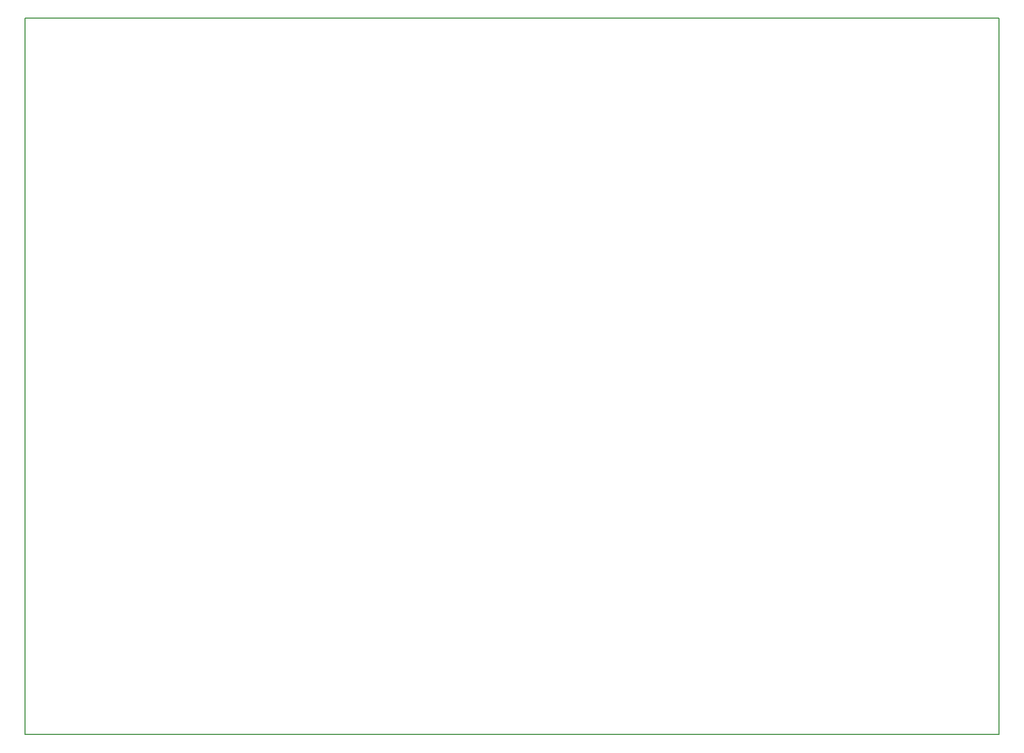
<source format=gm1>
G04 #@! TF.FileFunction,Profile,NP*
%FSLAX46Y46*%
G04 Gerber Fmt 4.6, Leading zero omitted, Abs format (unit mm)*
G04 Created by KiCad (PCBNEW 4.0.7) date 01/11/19 10:06:21*
%MOMM*%
%LPD*%
G01*
G04 APERTURE LIST*
%ADD10C,0.100000*%
%ADD11C,0.150000*%
G04 APERTURE END LIST*
D10*
D11*
X50000000Y-144000000D02*
X50000000Y-30000000D01*
X205000000Y-144000000D02*
X50000000Y-144000000D01*
X205000000Y-30000000D02*
X205000000Y-144000000D01*
X50000000Y-30000000D02*
X205000000Y-30000000D01*
M02*

</source>
